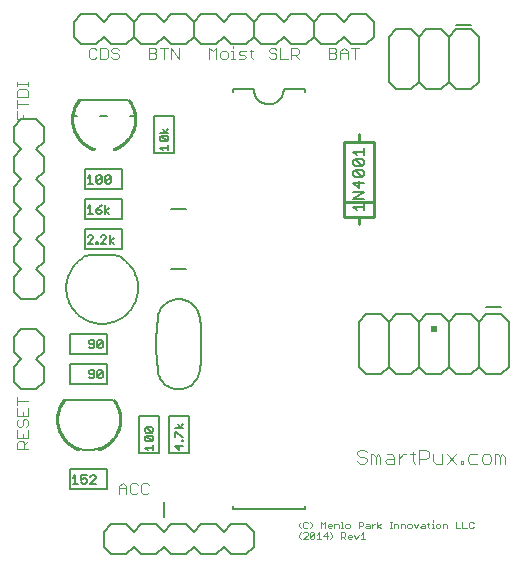
<source format=gto>
G75*
G70*
%OFA0B0*%
%FSLAX24Y24*%
%IPPOS*%
%LPD*%
%AMOC8*
5,1,8,0,0,1.08239X$1,22.5*
%
%ADD10C,0.0040*%
%ADD11C,0.0020*%
%ADD12C,0.0030*%
%ADD13C,0.0080*%
%ADD14C,0.0050*%
%ADD15C,0.0010*%
%ADD16C,0.0060*%
%ADD17R,0.0200X0.0200*%
%ADD18C,0.0100*%
D10*
X012511Y003697D02*
X012588Y003620D01*
X012741Y003620D01*
X012818Y003697D01*
X012818Y003773D01*
X012741Y003850D01*
X012588Y003850D01*
X012511Y003927D01*
X012511Y004004D01*
X012588Y004080D01*
X012741Y004080D01*
X012818Y004004D01*
X012971Y003927D02*
X013048Y003927D01*
X013125Y003850D01*
X013201Y003927D01*
X013278Y003850D01*
X013278Y003620D01*
X013125Y003620D02*
X013125Y003850D01*
X012971Y003927D02*
X012971Y003620D01*
X013432Y003697D02*
X013508Y003620D01*
X013739Y003620D01*
X013739Y003850D01*
X013662Y003927D01*
X013508Y003927D01*
X013508Y003773D02*
X013739Y003773D01*
X013892Y003773D02*
X014046Y003927D01*
X014122Y003927D01*
X014276Y003927D02*
X014429Y003927D01*
X014352Y004004D02*
X014352Y003697D01*
X014429Y003620D01*
X014583Y003620D02*
X014583Y004080D01*
X014813Y004080D01*
X014890Y004004D01*
X014890Y003850D01*
X014813Y003773D01*
X014583Y003773D01*
X015043Y003697D02*
X015120Y003620D01*
X015350Y003620D01*
X015350Y003927D01*
X015503Y003927D02*
X015810Y003620D01*
X015964Y003620D02*
X015964Y003697D01*
X016041Y003697D01*
X016041Y003620D01*
X015964Y003620D01*
X016194Y003697D02*
X016271Y003620D01*
X016501Y003620D01*
X016654Y003697D02*
X016731Y003620D01*
X016885Y003620D01*
X016961Y003697D01*
X016961Y003850D01*
X016885Y003927D01*
X016731Y003927D01*
X016654Y003850D01*
X016654Y003697D01*
X016501Y003927D02*
X016271Y003927D01*
X016194Y003850D01*
X016194Y003697D01*
X015810Y003927D02*
X015503Y003620D01*
X015043Y003697D02*
X015043Y003927D01*
X013892Y003927D02*
X013892Y003620D01*
X013508Y003773D02*
X013432Y003697D01*
X017115Y003620D02*
X017115Y003927D01*
X017192Y003927D01*
X017268Y003850D01*
X017345Y003927D01*
X017422Y003850D01*
X017422Y003620D01*
X017268Y003620D02*
X017268Y003850D01*
D11*
X016347Y001690D02*
X016274Y001690D01*
X016237Y001653D01*
X016237Y001507D01*
X016274Y001470D01*
X016347Y001470D01*
X016384Y001507D01*
X016384Y001653D02*
X016347Y001690D01*
X016163Y001470D02*
X016016Y001470D01*
X016016Y001690D01*
X015795Y001690D02*
X015795Y001470D01*
X015942Y001470D01*
X015500Y001470D02*
X015500Y001580D01*
X015463Y001617D01*
X015353Y001617D01*
X015353Y001470D01*
X015279Y001507D02*
X015279Y001580D01*
X015242Y001617D01*
X015169Y001617D01*
X015132Y001580D01*
X015132Y001507D01*
X015169Y001470D01*
X015242Y001470D01*
X015279Y001507D01*
X015058Y001470D02*
X014985Y001470D01*
X015022Y001470D02*
X015022Y001617D01*
X014985Y001617D01*
X014911Y001617D02*
X014838Y001617D01*
X014874Y001653D02*
X014874Y001507D01*
X014911Y001470D01*
X014763Y001470D02*
X014653Y001470D01*
X014617Y001507D01*
X014653Y001543D01*
X014763Y001543D01*
X014763Y001580D02*
X014763Y001470D01*
X014763Y001580D02*
X014727Y001617D01*
X014653Y001617D01*
X014542Y001617D02*
X014469Y001470D01*
X014396Y001617D01*
X014321Y001580D02*
X014321Y001507D01*
X014285Y001470D01*
X014211Y001470D01*
X014175Y001507D01*
X014175Y001580D01*
X014211Y001617D01*
X014285Y001617D01*
X014321Y001580D01*
X014100Y001580D02*
X014100Y001470D01*
X014100Y001580D02*
X014064Y001617D01*
X013954Y001617D01*
X013954Y001470D01*
X013879Y001470D02*
X013879Y001580D01*
X013843Y001617D01*
X013733Y001617D01*
X013733Y001470D01*
X013659Y001470D02*
X013585Y001470D01*
X013622Y001470D02*
X013622Y001690D01*
X013585Y001690D02*
X013659Y001690D01*
X013290Y001617D02*
X013180Y001543D01*
X013290Y001470D01*
X013180Y001470D02*
X013180Y001690D01*
X013106Y001617D02*
X013069Y001617D01*
X012996Y001543D01*
X012996Y001470D02*
X012996Y001617D01*
X012922Y001580D02*
X012922Y001470D01*
X012812Y001470D01*
X012775Y001507D01*
X012812Y001543D01*
X012922Y001543D01*
X012922Y001580D02*
X012885Y001617D01*
X012812Y001617D01*
X012701Y001653D02*
X012701Y001580D01*
X012664Y001543D01*
X012554Y001543D01*
X012554Y001470D02*
X012554Y001690D01*
X012664Y001690D01*
X012701Y001653D01*
X012701Y001330D02*
X012701Y001110D01*
X012628Y001110D02*
X012775Y001110D01*
X012628Y001257D02*
X012701Y001330D01*
X012554Y001257D02*
X012480Y001110D01*
X012407Y001257D01*
X012333Y001220D02*
X012333Y001183D01*
X012186Y001183D01*
X012186Y001147D02*
X012186Y001220D01*
X012222Y001257D01*
X012296Y001257D01*
X012333Y001220D01*
X012296Y001110D02*
X012222Y001110D01*
X012186Y001147D01*
X012112Y001110D02*
X012038Y001183D01*
X012075Y001183D02*
X011965Y001183D01*
X011965Y001110D02*
X011965Y001330D01*
X012075Y001330D01*
X012112Y001293D01*
X012112Y001220D01*
X012075Y001183D01*
X012038Y001470D02*
X011965Y001470D01*
X012001Y001470D02*
X012001Y001690D01*
X011965Y001690D01*
X011891Y001580D02*
X011891Y001470D01*
X011891Y001580D02*
X011854Y001617D01*
X011744Y001617D01*
X011744Y001470D01*
X011670Y001543D02*
X011523Y001543D01*
X011523Y001507D02*
X011523Y001580D01*
X011560Y001617D01*
X011633Y001617D01*
X011670Y001580D01*
X011670Y001543D01*
X011633Y001470D02*
X011560Y001470D01*
X011523Y001507D01*
X011449Y001470D02*
X011449Y001690D01*
X011375Y001617D01*
X011302Y001690D01*
X011302Y001470D01*
X011228Y001330D02*
X011155Y001257D01*
X011080Y001293D02*
X010934Y001147D01*
X010970Y001110D01*
X011044Y001110D01*
X011080Y001147D01*
X011080Y001293D01*
X011044Y001330D01*
X010970Y001330D01*
X010934Y001293D01*
X010934Y001147D01*
X010859Y001110D02*
X010713Y001110D01*
X010859Y001257D01*
X010859Y001293D01*
X010823Y001330D01*
X010749Y001330D01*
X010713Y001293D01*
X010639Y001330D02*
X010565Y001257D01*
X010565Y001183D01*
X010639Y001110D01*
X010639Y001470D02*
X010565Y001543D01*
X010565Y001617D01*
X010639Y001690D01*
X010713Y001653D02*
X010713Y001507D01*
X010749Y001470D01*
X010823Y001470D01*
X010859Y001507D01*
X010934Y001470D02*
X011007Y001543D01*
X011007Y001617D01*
X010934Y001690D01*
X010859Y001653D02*
X010823Y001690D01*
X010749Y001690D01*
X010713Y001653D01*
X011228Y001330D02*
X011228Y001110D01*
X011155Y001110D02*
X011301Y001110D01*
X011375Y001220D02*
X011522Y001220D01*
X011486Y001110D02*
X011486Y001330D01*
X011375Y001220D01*
X011596Y001110D02*
X011670Y001183D01*
X011670Y001257D01*
X011596Y001330D01*
X012112Y001507D02*
X012149Y001470D01*
X012222Y001470D01*
X012259Y001507D01*
X012259Y001580D01*
X012222Y001617D01*
X012149Y001617D01*
X012112Y001580D01*
X012112Y001507D01*
X015022Y001690D02*
X015022Y001727D01*
D12*
X005554Y002677D02*
X005492Y002615D01*
X005369Y002615D01*
X005307Y002677D01*
X005307Y002924D01*
X005369Y002985D01*
X005492Y002985D01*
X005554Y002924D01*
X005185Y002924D02*
X005124Y002985D01*
X005000Y002985D01*
X004939Y002924D01*
X004939Y002677D01*
X005000Y002615D01*
X005124Y002615D01*
X005185Y002677D01*
X004817Y002615D02*
X004817Y002862D01*
X004694Y002985D01*
X004570Y002862D01*
X004570Y002615D01*
X004570Y002800D02*
X004817Y002800D01*
X001540Y004115D02*
X001170Y004115D01*
X001170Y004300D01*
X001232Y004362D01*
X001355Y004362D01*
X001417Y004300D01*
X001417Y004115D01*
X001417Y004238D02*
X001540Y004362D01*
X001540Y004483D02*
X001540Y004730D01*
X001478Y004852D02*
X001540Y004913D01*
X001540Y005037D01*
X001478Y005099D01*
X001417Y005099D01*
X001355Y005037D01*
X001355Y004913D01*
X001293Y004852D01*
X001232Y004852D01*
X001170Y004913D01*
X001170Y005037D01*
X001232Y005099D01*
X001170Y005220D02*
X001540Y005220D01*
X001540Y005467D01*
X001355Y005343D02*
X001355Y005220D01*
X001170Y005220D02*
X001170Y005467D01*
X001170Y005588D02*
X001170Y005835D01*
X001170Y005712D02*
X001540Y005712D01*
X001170Y004730D02*
X001170Y004483D01*
X001540Y004483D01*
X001355Y004483D02*
X001355Y004607D01*
X001355Y015115D02*
X001355Y015238D01*
X001170Y015115D02*
X001170Y015362D01*
X001170Y015483D02*
X001170Y015730D01*
X001170Y015852D02*
X001170Y016037D01*
X001232Y016099D01*
X001478Y016099D01*
X001540Y016037D01*
X001540Y015852D01*
X001170Y015852D01*
X001170Y015607D02*
X001540Y015607D01*
X001540Y015115D02*
X001170Y015115D01*
X001170Y016220D02*
X001170Y016343D01*
X001170Y016282D02*
X001540Y016282D01*
X001540Y016343D02*
X001540Y016220D01*
X003570Y017177D02*
X003632Y017115D01*
X003755Y017115D01*
X003817Y017177D01*
X003939Y017115D02*
X004124Y017115D01*
X004185Y017177D01*
X004185Y017424D01*
X004124Y017485D01*
X003939Y017485D01*
X003939Y017115D01*
X003817Y017424D02*
X003755Y017485D01*
X003632Y017485D01*
X003570Y017424D01*
X003570Y017177D01*
X004307Y017177D02*
X004369Y017115D01*
X004492Y017115D01*
X004554Y017177D01*
X004554Y017238D01*
X004492Y017300D01*
X004369Y017300D01*
X004307Y017362D01*
X004307Y017424D01*
X004369Y017485D01*
X004492Y017485D01*
X004554Y017424D01*
X005570Y017485D02*
X005570Y017115D01*
X005755Y017115D01*
X005817Y017177D01*
X005817Y017238D01*
X005755Y017300D01*
X005570Y017300D01*
X005570Y017485D02*
X005755Y017485D01*
X005817Y017424D01*
X005817Y017362D01*
X005755Y017300D01*
X005939Y017485D02*
X006185Y017485D01*
X006307Y017485D02*
X006554Y017115D01*
X006554Y017485D01*
X006307Y017485D02*
X006307Y017115D01*
X006062Y017115D02*
X006062Y017485D01*
X007570Y017485D02*
X007570Y017115D01*
X007817Y017115D02*
X007817Y017485D01*
X007694Y017362D01*
X007570Y017485D01*
X007939Y017300D02*
X007939Y017177D01*
X008000Y017115D01*
X008124Y017115D01*
X008185Y017177D01*
X008185Y017300D01*
X008124Y017362D01*
X008000Y017362D01*
X007939Y017300D01*
X008307Y017362D02*
X008369Y017362D01*
X008369Y017115D01*
X008430Y017115D02*
X008307Y017115D01*
X008552Y017115D02*
X008738Y017115D01*
X008799Y017177D01*
X008738Y017238D01*
X008614Y017238D01*
X008552Y017300D01*
X008614Y017362D01*
X008799Y017362D01*
X008921Y017362D02*
X009044Y017362D01*
X008982Y017424D02*
X008982Y017177D01*
X009044Y017115D01*
X009570Y017177D02*
X009632Y017115D01*
X009755Y017115D01*
X009817Y017177D01*
X009817Y017238D01*
X009755Y017300D01*
X009632Y017300D01*
X009570Y017362D01*
X009570Y017424D01*
X009632Y017485D01*
X009755Y017485D01*
X009817Y017424D01*
X009939Y017485D02*
X009939Y017115D01*
X010185Y017115D01*
X010307Y017115D02*
X010307Y017485D01*
X010492Y017485D01*
X010554Y017424D01*
X010554Y017300D01*
X010492Y017238D01*
X010307Y017238D01*
X010430Y017238D02*
X010554Y017115D01*
X011570Y017115D02*
X011755Y017115D01*
X011817Y017177D01*
X011817Y017238D01*
X011755Y017300D01*
X011570Y017300D01*
X011570Y017115D02*
X011570Y017485D01*
X011755Y017485D01*
X011817Y017424D01*
X011817Y017362D01*
X011755Y017300D01*
X011939Y017300D02*
X012185Y017300D01*
X012185Y017362D02*
X012185Y017115D01*
X011939Y017115D02*
X011939Y017362D01*
X012062Y017485D01*
X012185Y017362D01*
X012307Y017485D02*
X012554Y017485D01*
X012430Y017485D02*
X012430Y017115D01*
X008369Y017485D02*
X008369Y017547D01*
D13*
X004165Y002765D02*
X002945Y002765D01*
X002945Y003435D01*
X004165Y003435D01*
X004165Y002765D01*
X004305Y001600D02*
X004055Y001350D01*
X004055Y000850D01*
X004305Y000600D01*
X004805Y000600D01*
X005055Y000850D01*
X005305Y000600D01*
X005805Y000600D01*
X006055Y000850D01*
X006305Y000600D01*
X006805Y000600D01*
X007055Y000850D01*
X007305Y000600D01*
X007805Y000600D01*
X008055Y000850D01*
X008305Y000600D01*
X008805Y000600D01*
X009055Y000850D01*
X009055Y001350D01*
X008805Y001600D01*
X008305Y001600D01*
X008055Y001350D01*
X007805Y001600D01*
X007305Y001600D01*
X007055Y001350D01*
X006805Y001600D01*
X006305Y001600D01*
X006055Y001350D01*
X005805Y001600D01*
X005305Y001600D01*
X005055Y001350D01*
X004805Y001600D01*
X004305Y001600D01*
X006055Y001850D02*
X006055Y002350D01*
X005890Y003990D02*
X005221Y003990D01*
X005221Y005210D01*
X005890Y005210D01*
X005890Y003990D01*
X006221Y003990D02*
X006221Y005210D01*
X006890Y005210D01*
X006890Y003990D01*
X006221Y003990D01*
X004380Y005750D02*
X002731Y005750D01*
X002945Y006265D02*
X004165Y006265D01*
X004165Y006935D01*
X002945Y006935D01*
X002945Y006265D01*
X002055Y006350D02*
X001805Y006100D01*
X001305Y006100D01*
X001055Y006350D01*
X001055Y006850D01*
X001305Y007100D01*
X001055Y007350D01*
X001055Y007850D01*
X001305Y008100D01*
X001805Y008100D01*
X002055Y007850D01*
X002055Y007350D01*
X001805Y007100D01*
X002055Y006850D01*
X002055Y006350D01*
X002945Y007265D02*
X004165Y007265D01*
X004165Y007935D01*
X002945Y007935D01*
X002945Y007265D01*
X003305Y004100D02*
X003371Y004088D01*
X003437Y004079D01*
X003503Y004074D01*
X003570Y004073D01*
X003637Y004076D01*
X003703Y004083D01*
X003769Y004093D01*
X003834Y004107D01*
X003899Y004125D01*
X003962Y004147D01*
X004024Y004173D01*
X004084Y004201D01*
X004142Y004234D01*
X004199Y004269D01*
X004253Y004308D01*
X004305Y004350D01*
X003305Y004100D02*
X003244Y004116D01*
X003184Y004134D01*
X003126Y004156D01*
X003068Y004181D01*
X003012Y004209D01*
X002957Y004240D01*
X002905Y004274D01*
X002854Y004311D01*
X002805Y004350D01*
X003305Y004100D02*
X003367Y004088D01*
X003429Y004080D01*
X003492Y004075D01*
X003555Y004073D01*
X003618Y004075D01*
X003681Y004080D01*
X003743Y004088D01*
X003805Y004100D01*
X005855Y006700D02*
X005865Y006648D01*
X005879Y006597D01*
X005897Y006547D01*
X005918Y006499D01*
X005943Y006452D01*
X005971Y006408D01*
X006003Y006365D01*
X006037Y006325D01*
X006075Y006288D01*
X006115Y006254D01*
X006157Y006222D01*
X006202Y006194D01*
X006249Y006170D01*
X006297Y006149D01*
X006347Y006131D01*
X006398Y006118D01*
X006450Y006108D01*
X006502Y006102D01*
X006555Y006100D01*
X006608Y006102D01*
X006660Y006108D01*
X006712Y006118D01*
X006763Y006131D01*
X006813Y006149D01*
X006861Y006170D01*
X006908Y006194D01*
X006953Y006222D01*
X006995Y006254D01*
X007035Y006288D01*
X007073Y006325D01*
X007107Y006365D01*
X007139Y006408D01*
X007167Y006452D01*
X007192Y006499D01*
X007213Y006547D01*
X007231Y006597D01*
X007245Y006648D01*
X007255Y006700D01*
X007255Y008500D02*
X007245Y008552D01*
X007231Y008603D01*
X007213Y008653D01*
X007192Y008701D01*
X007167Y008748D01*
X007139Y008792D01*
X007107Y008835D01*
X007073Y008875D01*
X007035Y008912D01*
X006995Y008946D01*
X006953Y008978D01*
X006908Y009006D01*
X006861Y009030D01*
X006813Y009051D01*
X006763Y009069D01*
X006712Y009082D01*
X006660Y009092D01*
X006608Y009098D01*
X006555Y009100D01*
X006502Y009098D01*
X006450Y009092D01*
X006398Y009082D01*
X006347Y009069D01*
X006297Y009051D01*
X006249Y009030D01*
X006202Y009006D01*
X006157Y008978D01*
X006115Y008946D01*
X006075Y008912D01*
X006037Y008875D01*
X006003Y008835D01*
X005971Y008792D01*
X005943Y008748D01*
X005918Y008701D01*
X005897Y008653D01*
X005879Y008603D01*
X005865Y008552D01*
X005855Y008500D01*
X006305Y010100D02*
X006805Y010100D01*
X006805Y012100D02*
X006305Y012100D01*
X004665Y011765D02*
X004665Y012435D01*
X003445Y012435D01*
X003445Y011765D01*
X004665Y011765D01*
X004665Y011435D02*
X003445Y011435D01*
X003445Y010765D01*
X004665Y010765D01*
X004665Y011435D01*
X004665Y012765D02*
X003445Y012765D01*
X003445Y013435D01*
X004665Y013435D01*
X004665Y012765D01*
X005721Y013990D02*
X005721Y015210D01*
X006390Y015210D01*
X006390Y013990D01*
X005721Y013990D01*
X005100Y015200D02*
X004942Y015200D01*
X004880Y015750D02*
X003231Y015750D01*
X003168Y015200D02*
X003010Y015200D01*
X003942Y015200D02*
X004168Y015200D01*
X002055Y014850D02*
X002055Y014350D01*
X001805Y014100D01*
X002055Y013850D01*
X002055Y013350D01*
X001805Y013100D01*
X002055Y012850D01*
X002055Y012350D01*
X001805Y012100D01*
X002055Y011850D01*
X002055Y011350D01*
X001805Y011100D01*
X002055Y010850D01*
X002055Y010350D01*
X001805Y010100D01*
X002055Y009850D01*
X002055Y009350D01*
X001805Y009100D01*
X001305Y009100D01*
X001055Y009350D01*
X001055Y009850D01*
X001305Y010100D01*
X001055Y010350D01*
X001055Y010850D01*
X001305Y011100D01*
X001055Y011350D01*
X001055Y011850D01*
X001305Y012100D01*
X001055Y012350D01*
X001055Y012850D01*
X001305Y013100D01*
X001055Y013350D01*
X001055Y013850D01*
X001305Y014100D01*
X001055Y014350D01*
X001055Y014850D01*
X001305Y015100D01*
X001805Y015100D01*
X002055Y014850D01*
X003305Y017600D02*
X003805Y017600D01*
X004055Y017850D01*
X004305Y017600D01*
X004805Y017600D01*
X005055Y017850D01*
X005305Y017600D01*
X005805Y017600D01*
X006055Y017850D01*
X006305Y017600D01*
X006805Y017600D01*
X007055Y017850D01*
X007055Y018350D01*
X006805Y018600D01*
X006305Y018600D01*
X006055Y018350D01*
X005805Y018600D01*
X005305Y018600D01*
X005055Y018350D01*
X005055Y017850D01*
X005055Y018350D01*
X004805Y018600D01*
X004305Y018600D01*
X004055Y018350D01*
X003805Y018600D01*
X003305Y018600D01*
X003055Y018350D01*
X003055Y017850D01*
X003305Y017600D01*
X007055Y017850D02*
X007055Y018350D01*
X007305Y018600D01*
X007805Y018600D01*
X008055Y018350D01*
X008305Y018600D01*
X008805Y018600D01*
X009055Y018350D01*
X009305Y018600D01*
X009805Y018600D01*
X010055Y018350D01*
X010305Y018600D01*
X010805Y018600D01*
X011055Y018350D01*
X011305Y018600D01*
X011805Y018600D01*
X012055Y018350D01*
X012305Y018600D01*
X012805Y018600D01*
X013055Y018350D01*
X013055Y017850D01*
X012805Y017600D01*
X012305Y017600D01*
X012055Y017850D01*
X011805Y017600D01*
X011305Y017600D01*
X011055Y017850D01*
X011055Y018350D01*
X011055Y017850D01*
X010805Y017600D01*
X010305Y017600D01*
X010055Y017850D01*
X009805Y017600D01*
X009305Y017600D01*
X009055Y017850D01*
X009055Y018350D01*
X009055Y017850D01*
X008805Y017600D01*
X008305Y017600D01*
X008055Y017850D01*
X007805Y017600D01*
X007305Y017600D01*
X007055Y017850D01*
X008355Y016100D02*
X008355Y016000D01*
X008355Y016100D02*
X009055Y016100D01*
X009057Y016056D01*
X009063Y016013D01*
X009072Y015971D01*
X009085Y015929D01*
X009102Y015889D01*
X009122Y015850D01*
X009145Y015813D01*
X009172Y015779D01*
X009201Y015746D01*
X009234Y015717D01*
X009268Y015690D01*
X009305Y015667D01*
X009344Y015647D01*
X009384Y015630D01*
X009426Y015617D01*
X009468Y015608D01*
X009511Y015602D01*
X009555Y015600D01*
X009599Y015602D01*
X009642Y015608D01*
X009684Y015617D01*
X009726Y015630D01*
X009766Y015647D01*
X009805Y015667D01*
X009842Y015690D01*
X009876Y015717D01*
X009909Y015746D01*
X009938Y015779D01*
X009965Y015813D01*
X009988Y015850D01*
X010008Y015889D01*
X010025Y015929D01*
X010038Y015971D01*
X010047Y016013D01*
X010053Y016056D01*
X010055Y016100D01*
X010755Y016100D01*
X010755Y016000D01*
X013555Y016350D02*
X013555Y017850D01*
X013805Y018100D01*
X014305Y018100D01*
X014555Y017850D01*
X014555Y016350D01*
X014305Y016100D01*
X013805Y016100D01*
X013555Y016350D01*
X014555Y016350D02*
X014805Y016100D01*
X015305Y016100D01*
X015555Y016350D01*
X015555Y017850D01*
X015305Y018100D01*
X014805Y018100D01*
X014555Y017850D01*
X015555Y017850D02*
X015805Y018100D01*
X016305Y018100D01*
X016555Y017850D01*
X016555Y016350D01*
X016305Y016100D01*
X015805Y016100D01*
X015555Y016350D01*
X015805Y018232D02*
X016305Y018232D01*
X016805Y008850D02*
X017305Y008850D01*
X005855Y008500D02*
X005823Y008141D01*
X005807Y007780D01*
X005807Y007420D01*
X005823Y007059D01*
X005855Y006700D01*
X008355Y002200D02*
X008355Y002100D01*
X010755Y002100D01*
X010755Y002200D01*
X007255Y006700D02*
X007287Y007059D01*
X007303Y007420D01*
X007303Y007780D01*
X007287Y008141D01*
X007255Y008500D01*
D14*
X004449Y010584D02*
X003561Y010584D01*
X003520Y010956D02*
X003700Y011136D01*
X003700Y011181D01*
X003655Y011226D01*
X003565Y011226D01*
X003520Y011181D01*
X003520Y010956D02*
X003700Y010956D01*
X003815Y010956D02*
X003860Y010956D01*
X003860Y011001D01*
X003815Y011001D01*
X003815Y010956D01*
X003962Y010956D02*
X004142Y011136D01*
X004142Y011181D01*
X004097Y011226D01*
X004007Y011226D01*
X003962Y011181D01*
X003962Y010956D02*
X004142Y010956D01*
X004257Y010956D02*
X004257Y011226D01*
X004392Y011136D02*
X004257Y011046D01*
X004392Y010956D01*
X004244Y011956D02*
X004109Y012046D01*
X004244Y012136D01*
X004109Y012226D02*
X004109Y011956D01*
X003995Y012001D02*
X003995Y012046D01*
X003950Y012091D01*
X003815Y012091D01*
X003815Y012001D01*
X003860Y011956D01*
X003950Y011956D01*
X003995Y012001D01*
X003905Y012181D02*
X003815Y012091D01*
X003905Y012181D02*
X003995Y012226D01*
X003610Y012226D02*
X003610Y011956D01*
X003520Y011956D02*
X003700Y011956D01*
X003520Y012136D02*
X003610Y012226D01*
X003610Y012956D02*
X003610Y013226D01*
X003520Y013136D01*
X003520Y012956D02*
X003700Y012956D01*
X003815Y013001D02*
X003815Y013181D01*
X003860Y013226D01*
X003950Y013226D01*
X003995Y013181D01*
X003815Y013001D01*
X003860Y012956D01*
X003950Y012956D01*
X003995Y013001D01*
X003995Y013181D01*
X004109Y013181D02*
X004154Y013226D01*
X004244Y013226D01*
X004289Y013181D01*
X004109Y013001D01*
X004154Y012956D01*
X004244Y012956D01*
X004289Y013001D01*
X004289Y013181D01*
X004109Y013181D02*
X004109Y013001D01*
X005929Y014155D02*
X006199Y014155D01*
X006199Y014065D02*
X006199Y014245D01*
X006154Y014359D02*
X005974Y014540D01*
X006154Y014540D01*
X006199Y014495D01*
X006199Y014404D01*
X006154Y014359D01*
X005974Y014359D01*
X005929Y014404D01*
X005929Y014495D01*
X005974Y014540D01*
X005929Y014654D02*
X006199Y014654D01*
X006109Y014654D02*
X006019Y014789D01*
X006109Y014654D02*
X006199Y014789D01*
X005929Y014155D02*
X006019Y014065D01*
X004449Y010585D02*
X004512Y010557D01*
X004573Y010526D01*
X004633Y010492D01*
X004690Y010454D01*
X004745Y010413D01*
X004798Y010369D01*
X004848Y010322D01*
X004895Y010272D01*
X004940Y010219D01*
X004981Y010165D01*
X005019Y010107D01*
X005054Y010048D01*
X005085Y009987D01*
X005113Y009924D01*
X005137Y009859D01*
X005157Y009794D01*
X005173Y009727D01*
X005186Y009659D01*
X005194Y009591D01*
X005199Y009523D01*
X005200Y009454D01*
X005197Y009385D01*
X005189Y009317D01*
X005178Y009249D01*
X005164Y009182D01*
X005145Y009116D01*
X005122Y009051D01*
X005096Y008987D01*
X005066Y008925D01*
X005033Y008865D01*
X004996Y008807D01*
X004956Y008751D01*
X004913Y008698D01*
X004867Y008647D01*
X004818Y008599D01*
X004766Y008554D01*
X004712Y008511D01*
X004655Y008472D01*
X004596Y008437D01*
X004536Y008404D01*
X004473Y008376D01*
X004409Y008350D01*
X004344Y008329D01*
X004278Y008311D01*
X004210Y008298D01*
X004142Y008288D01*
X004074Y008282D01*
X004005Y008280D01*
X003936Y008282D01*
X003868Y008288D01*
X003800Y008298D01*
X003732Y008311D01*
X003666Y008329D01*
X003601Y008350D01*
X003537Y008376D01*
X003474Y008404D01*
X003414Y008437D01*
X003355Y008472D01*
X003298Y008511D01*
X003244Y008554D01*
X003192Y008599D01*
X003143Y008647D01*
X003097Y008698D01*
X003054Y008751D01*
X003014Y008807D01*
X002977Y008865D01*
X002944Y008925D01*
X002914Y008987D01*
X002888Y009051D01*
X002865Y009116D01*
X002846Y009182D01*
X002832Y009249D01*
X002821Y009317D01*
X002813Y009385D01*
X002810Y009454D01*
X002811Y009523D01*
X002816Y009591D01*
X002824Y009659D01*
X002837Y009727D01*
X002853Y009794D01*
X002873Y009859D01*
X002897Y009924D01*
X002925Y009987D01*
X002956Y010048D01*
X002991Y010107D01*
X003029Y010165D01*
X003070Y010219D01*
X003115Y010272D01*
X003162Y010322D01*
X003212Y010369D01*
X003265Y010413D01*
X003320Y010454D01*
X003377Y010492D01*
X003437Y010526D01*
X003498Y010557D01*
X003561Y010585D01*
X003596Y007744D02*
X003551Y007699D01*
X003551Y007654D01*
X003596Y007609D01*
X003731Y007609D01*
X003731Y007519D02*
X003731Y007699D01*
X003686Y007744D01*
X003596Y007744D01*
X003551Y007519D02*
X003596Y007474D01*
X003686Y007474D01*
X003731Y007519D01*
X003846Y007519D02*
X003891Y007474D01*
X003981Y007474D01*
X004026Y007519D01*
X004026Y007699D01*
X003846Y007519D01*
X003846Y007699D01*
X003891Y007744D01*
X003981Y007744D01*
X004026Y007699D01*
X003981Y006744D02*
X003891Y006744D01*
X003846Y006699D01*
X003846Y006519D01*
X004026Y006699D01*
X004026Y006519D01*
X003981Y006474D01*
X003891Y006474D01*
X003846Y006519D01*
X003731Y006519D02*
X003731Y006699D01*
X003686Y006744D01*
X003596Y006744D01*
X003551Y006699D01*
X003551Y006654D01*
X003596Y006609D01*
X003731Y006609D01*
X003731Y006519D02*
X003686Y006474D01*
X003596Y006474D01*
X003551Y006519D01*
X003981Y006744D02*
X004026Y006699D01*
X005474Y004834D02*
X005654Y004654D01*
X005699Y004699D01*
X005699Y004789D01*
X005654Y004834D01*
X005474Y004834D01*
X005429Y004789D01*
X005429Y004699D01*
X005474Y004654D01*
X005654Y004654D01*
X005654Y004540D02*
X005474Y004540D01*
X005654Y004359D01*
X005699Y004404D01*
X005699Y004495D01*
X005654Y004540D01*
X005474Y004540D02*
X005429Y004495D01*
X005429Y004404D01*
X005474Y004359D01*
X005654Y004359D01*
X005699Y004245D02*
X005699Y004065D01*
X005699Y004155D02*
X005429Y004155D01*
X005519Y004065D01*
X006429Y004200D02*
X006564Y004065D01*
X006564Y004245D01*
X006699Y004200D02*
X006429Y004200D01*
X006654Y004359D02*
X006654Y004404D01*
X006699Y004404D01*
X006699Y004359D01*
X006654Y004359D01*
X006654Y004507D02*
X006699Y004507D01*
X006654Y004507D02*
X006474Y004687D01*
X006429Y004687D01*
X006429Y004507D01*
X006429Y004801D02*
X006699Y004801D01*
X006609Y004801D02*
X006699Y004937D01*
X006609Y004801D02*
X006519Y004937D01*
X003789Y003181D02*
X003744Y003226D01*
X003654Y003226D01*
X003609Y003181D01*
X003495Y003226D02*
X003315Y003226D01*
X003315Y003091D01*
X003405Y003136D01*
X003450Y003136D01*
X003495Y003091D01*
X003495Y003001D01*
X003450Y002956D01*
X003360Y002956D01*
X003315Y003001D01*
X003200Y002956D02*
X003020Y002956D01*
X003110Y002956D02*
X003110Y003226D01*
X003020Y003136D01*
X003609Y002956D02*
X003789Y003136D01*
X003789Y003181D01*
X003789Y002956D02*
X003609Y002956D01*
X012497Y012065D02*
X012380Y012182D01*
X012730Y012182D01*
X012730Y012065D02*
X012730Y012299D01*
X012730Y012433D02*
X012380Y012433D01*
X012730Y012667D01*
X012380Y012667D01*
X012555Y012802D02*
X012555Y013035D01*
X012438Y013170D02*
X012380Y013228D01*
X012380Y013345D01*
X012438Y013404D01*
X012672Y013170D01*
X012730Y013228D01*
X012730Y013345D01*
X012672Y013404D01*
X012438Y013404D01*
X012438Y013538D02*
X012380Y013597D01*
X012380Y013714D01*
X012438Y013772D01*
X012672Y013538D01*
X012730Y013597D01*
X012730Y013714D01*
X012672Y013772D01*
X012438Y013772D01*
X012497Y013907D02*
X012380Y014023D01*
X012730Y014023D01*
X012730Y013907D02*
X012730Y014140D01*
X012672Y013538D02*
X012438Y013538D01*
X012438Y013170D02*
X012672Y013170D01*
X012730Y012977D02*
X012380Y012977D01*
X012555Y012802D01*
D15*
X003200Y015767D02*
X003255Y015724D01*
X003219Y015675D01*
X003185Y015624D01*
X003156Y015570D01*
X003129Y015515D01*
X003105Y015459D01*
X003086Y015401D01*
X003069Y015342D01*
X003056Y015282D01*
X003047Y015222D01*
X003042Y015161D01*
X003040Y015099D01*
X003042Y015038D01*
X003047Y014977D01*
X003057Y014917D01*
X003070Y014857D01*
X003086Y014798D01*
X003106Y014740D01*
X003129Y014684D01*
X003156Y014629D01*
X003186Y014575D01*
X003219Y014524D01*
X003255Y014475D01*
X003295Y014428D01*
X003336Y014383D01*
X003381Y014341D01*
X003428Y014302D01*
X003477Y014266D01*
X003528Y014232D01*
X003582Y014202D01*
X003637Y014175D01*
X003693Y014152D01*
X003751Y014132D01*
X003731Y014065D01*
X003730Y014065D01*
X003669Y014086D01*
X003608Y014111D01*
X003549Y014140D01*
X003492Y014172D01*
X003438Y014208D01*
X003385Y014247D01*
X003335Y014289D01*
X003287Y014334D01*
X003242Y014381D01*
X003200Y014431D01*
X003162Y014484D01*
X003126Y014539D01*
X003094Y014596D01*
X003065Y014655D01*
X003040Y014715D01*
X003019Y014777D01*
X003002Y014840D01*
X002988Y014904D01*
X002978Y014969D01*
X002972Y015034D01*
X002970Y015100D01*
X002972Y015165D01*
X002978Y015230D01*
X002988Y015295D01*
X003001Y015359D01*
X003019Y015422D01*
X003040Y015484D01*
X003065Y015544D01*
X003094Y015603D01*
X003126Y015660D01*
X003161Y015715D01*
X003200Y015768D01*
X003207Y015762D01*
X003169Y015710D01*
X003133Y015655D01*
X003102Y015599D01*
X003073Y015540D01*
X003048Y015480D01*
X003027Y015419D01*
X003010Y015357D01*
X002996Y015293D01*
X002987Y015229D01*
X002981Y015164D01*
X002979Y015099D01*
X002981Y015035D01*
X002987Y014970D01*
X002997Y014906D01*
X003010Y014842D01*
X003028Y014780D01*
X003049Y014719D01*
X003074Y014659D01*
X003102Y014600D01*
X003134Y014544D01*
X003169Y014489D01*
X003207Y014437D01*
X003249Y014387D01*
X003293Y014340D01*
X003341Y014295D01*
X003390Y014254D01*
X003443Y014215D01*
X003497Y014180D01*
X003554Y014148D01*
X003612Y014120D01*
X003672Y014095D01*
X003733Y014073D01*
X003736Y014082D01*
X003675Y014103D01*
X003615Y014128D01*
X003558Y014156D01*
X003502Y014188D01*
X003448Y014223D01*
X003396Y014261D01*
X003347Y014302D01*
X003300Y014346D01*
X003256Y014393D01*
X003215Y014443D01*
X003176Y014494D01*
X003142Y014548D01*
X003110Y014605D01*
X003082Y014662D01*
X003057Y014722D01*
X003036Y014783D01*
X003019Y014845D01*
X003006Y014908D01*
X002996Y014971D01*
X002990Y015035D01*
X002988Y015099D01*
X002990Y015164D01*
X002996Y015228D01*
X003005Y015291D01*
X003019Y015354D01*
X003036Y015416D01*
X003057Y015477D01*
X003081Y015537D01*
X003110Y015595D01*
X003141Y015651D01*
X003176Y015705D01*
X003214Y015757D01*
X003221Y015751D01*
X003183Y015700D01*
X003149Y015646D01*
X003117Y015590D01*
X003090Y015533D01*
X003065Y015474D01*
X003045Y015414D01*
X003028Y015352D01*
X003014Y015290D01*
X003005Y015227D01*
X002999Y015163D01*
X002997Y015099D01*
X002999Y015036D01*
X003005Y014972D01*
X003014Y014909D01*
X003028Y014847D01*
X003045Y014785D01*
X003066Y014725D01*
X003090Y014666D01*
X003118Y014609D01*
X003149Y014553D01*
X003184Y014500D01*
X003222Y014448D01*
X003262Y014399D01*
X003306Y014353D01*
X003353Y014309D01*
X003401Y014268D01*
X003453Y014230D01*
X003506Y014195D01*
X003562Y014164D01*
X003619Y014136D01*
X003678Y014111D01*
X003738Y014091D01*
X003741Y014099D01*
X003681Y014120D01*
X003623Y014144D01*
X003566Y014172D01*
X003511Y014203D01*
X003458Y014238D01*
X003407Y014275D01*
X003358Y014316D01*
X003312Y014359D01*
X003269Y014405D01*
X003229Y014454D01*
X003191Y014505D01*
X003157Y014558D01*
X003126Y014613D01*
X003098Y014670D01*
X003074Y014728D01*
X003053Y014788D01*
X003036Y014849D01*
X003023Y014911D01*
X003014Y014973D01*
X003008Y015036D01*
X003006Y015099D01*
X003008Y015163D01*
X003014Y015226D01*
X003023Y015288D01*
X003036Y015350D01*
X003053Y015411D01*
X003074Y015471D01*
X003098Y015529D01*
X003125Y015586D01*
X003156Y015641D01*
X003191Y015694D01*
X003228Y015745D01*
X003235Y015740D01*
X003198Y015689D01*
X003164Y015637D01*
X003133Y015582D01*
X003106Y015526D01*
X003082Y015468D01*
X003062Y015408D01*
X003045Y015348D01*
X003032Y015287D01*
X003022Y015225D01*
X003017Y015162D01*
X003015Y015099D01*
X003017Y015037D01*
X003023Y014974D01*
X003032Y014912D01*
X003045Y014851D01*
X003062Y014791D01*
X003083Y014731D01*
X003106Y014673D01*
X003134Y014617D01*
X003165Y014562D01*
X003199Y014510D01*
X003236Y014459D01*
X003276Y014411D01*
X003319Y014365D01*
X003364Y014322D01*
X003413Y014282D01*
X003463Y014245D01*
X003516Y014211D01*
X003570Y014180D01*
X003626Y014152D01*
X003684Y014128D01*
X003744Y014108D01*
X003746Y014116D01*
X003688Y014137D01*
X003630Y014161D01*
X003574Y014188D01*
X003520Y014219D01*
X003468Y014252D01*
X003418Y014289D01*
X003370Y014329D01*
X003325Y014372D01*
X003283Y014417D01*
X003243Y014465D01*
X003206Y014515D01*
X003172Y014567D01*
X003142Y014621D01*
X003115Y014677D01*
X003091Y014735D01*
X003071Y014793D01*
X003054Y014853D01*
X003041Y014914D01*
X003032Y014975D01*
X003026Y015037D01*
X003024Y015099D01*
X003026Y015162D01*
X003031Y015223D01*
X003041Y015285D01*
X003054Y015346D01*
X003070Y015406D01*
X003091Y015464D01*
X003114Y015522D01*
X003141Y015578D01*
X003172Y015632D01*
X003205Y015684D01*
X003242Y015734D01*
X003249Y015729D01*
X003213Y015679D01*
X003180Y015627D01*
X003149Y015574D01*
X003122Y015518D01*
X003099Y015461D01*
X003079Y015403D01*
X003062Y015344D01*
X003050Y015283D01*
X003040Y015222D01*
X003035Y015161D01*
X003033Y015099D01*
X003035Y015038D01*
X003040Y014977D01*
X003050Y014916D01*
X003063Y014855D01*
X003079Y014796D01*
X003099Y014738D01*
X003123Y014681D01*
X003150Y014625D01*
X003180Y014572D01*
X003213Y014520D01*
X003250Y014470D01*
X003289Y014423D01*
X003332Y014378D01*
X003376Y014336D01*
X003424Y014296D01*
X003473Y014260D01*
X003525Y014226D01*
X003579Y014196D01*
X003634Y014169D01*
X003691Y014145D01*
X003749Y014125D01*
X004379Y014065D02*
X004359Y014132D01*
X004417Y014152D01*
X004473Y014175D01*
X004528Y014202D01*
X004581Y014232D01*
X004633Y014266D01*
X004682Y014302D01*
X004729Y014341D01*
X004773Y014383D01*
X004815Y014428D01*
X004855Y014475D01*
X004891Y014524D01*
X004924Y014575D01*
X004954Y014629D01*
X004981Y014684D01*
X005004Y014740D01*
X005024Y014798D01*
X005040Y014857D01*
X005053Y014917D01*
X005063Y014977D01*
X005068Y015038D01*
X005070Y015099D01*
X005068Y015161D01*
X005063Y015222D01*
X005054Y015282D01*
X005041Y015342D01*
X005024Y015401D01*
X005005Y015459D01*
X004981Y015515D01*
X004954Y015570D01*
X004925Y015624D01*
X004891Y015675D01*
X004855Y015724D01*
X004910Y015767D01*
X004910Y015768D01*
X004949Y015715D01*
X004984Y015660D01*
X005016Y015603D01*
X005045Y015544D01*
X005070Y015484D01*
X005091Y015422D01*
X005109Y015359D01*
X005122Y015295D01*
X005132Y015230D01*
X005138Y015165D01*
X005140Y015099D01*
X005138Y015034D01*
X005132Y014969D01*
X005122Y014904D01*
X005108Y014840D01*
X005091Y014777D01*
X005070Y014715D01*
X005045Y014655D01*
X005016Y014596D01*
X004984Y014539D01*
X004948Y014484D01*
X004910Y014431D01*
X004868Y014381D01*
X004823Y014334D01*
X004775Y014289D01*
X004725Y014247D01*
X004672Y014208D01*
X004618Y014172D01*
X004561Y014140D01*
X004502Y014111D01*
X004441Y014086D01*
X004380Y014065D01*
X004377Y014073D01*
X004438Y014095D01*
X004498Y014120D01*
X004556Y014148D01*
X004613Y014180D01*
X004667Y014215D01*
X004720Y014254D01*
X004769Y014295D01*
X004817Y014340D01*
X004861Y014387D01*
X004902Y014437D01*
X004941Y014489D01*
X004976Y014544D01*
X005008Y014600D01*
X005036Y014659D01*
X005061Y014719D01*
X005082Y014780D01*
X005100Y014842D01*
X005113Y014906D01*
X005123Y014970D01*
X005129Y015035D01*
X005131Y015099D01*
X005129Y015164D01*
X005123Y015229D01*
X005114Y015293D01*
X005100Y015357D01*
X005083Y015419D01*
X005062Y015480D01*
X005037Y015540D01*
X005008Y015599D01*
X004977Y015655D01*
X004942Y015710D01*
X004903Y015762D01*
X004896Y015757D01*
X004934Y015705D01*
X004969Y015651D01*
X005000Y015595D01*
X005029Y015537D01*
X005053Y015477D01*
X005074Y015416D01*
X005091Y015354D01*
X005105Y015291D01*
X005114Y015228D01*
X005120Y015164D01*
X005122Y015099D01*
X005120Y015035D01*
X005114Y014971D01*
X005104Y014908D01*
X005091Y014845D01*
X005074Y014783D01*
X005053Y014722D01*
X005028Y014662D01*
X005000Y014605D01*
X004968Y014548D01*
X004934Y014494D01*
X004895Y014443D01*
X004854Y014393D01*
X004810Y014346D01*
X004763Y014302D01*
X004714Y014261D01*
X004662Y014223D01*
X004608Y014188D01*
X004552Y014156D01*
X004495Y014128D01*
X004435Y014103D01*
X004374Y014082D01*
X004372Y014091D01*
X004432Y014111D01*
X004491Y014136D01*
X004548Y014164D01*
X004604Y014195D01*
X004657Y014230D01*
X004709Y014268D01*
X004757Y014309D01*
X004804Y014353D01*
X004848Y014399D01*
X004888Y014448D01*
X004926Y014500D01*
X004961Y014553D01*
X004992Y014609D01*
X005020Y014666D01*
X005044Y014725D01*
X005065Y014785D01*
X005082Y014847D01*
X005096Y014909D01*
X005105Y014972D01*
X005111Y015036D01*
X005113Y015099D01*
X005111Y015163D01*
X005105Y015227D01*
X005096Y015290D01*
X005083Y015352D01*
X005065Y015414D01*
X005045Y015474D01*
X005020Y015533D01*
X004993Y015590D01*
X004961Y015646D01*
X004927Y015700D01*
X004889Y015751D01*
X004882Y015745D01*
X004919Y015694D01*
X004954Y015641D01*
X004985Y015586D01*
X005012Y015529D01*
X005036Y015471D01*
X005057Y015411D01*
X005074Y015350D01*
X005087Y015288D01*
X005096Y015226D01*
X005102Y015163D01*
X005104Y015099D01*
X005102Y015036D01*
X005096Y014973D01*
X005087Y014911D01*
X005074Y014849D01*
X005057Y014788D01*
X005036Y014728D01*
X005012Y014670D01*
X004984Y014613D01*
X004953Y014558D01*
X004919Y014505D01*
X004881Y014454D01*
X004841Y014405D01*
X004798Y014359D01*
X004752Y014316D01*
X004703Y014275D01*
X004652Y014238D01*
X004599Y014203D01*
X004544Y014172D01*
X004487Y014144D01*
X004429Y014120D01*
X004369Y014099D01*
X004366Y014108D01*
X004426Y014128D01*
X004483Y014152D01*
X004540Y014180D01*
X004594Y014211D01*
X004647Y014245D01*
X004697Y014282D01*
X004746Y014322D01*
X004791Y014365D01*
X004834Y014411D01*
X004874Y014459D01*
X004911Y014510D01*
X004945Y014562D01*
X004976Y014617D01*
X005004Y014673D01*
X005027Y014731D01*
X005048Y014791D01*
X005065Y014851D01*
X005078Y014912D01*
X005087Y014974D01*
X005093Y015037D01*
X005095Y015099D01*
X005093Y015162D01*
X005088Y015225D01*
X005078Y015287D01*
X005065Y015348D01*
X005048Y015408D01*
X005028Y015468D01*
X005004Y015526D01*
X004977Y015582D01*
X004946Y015637D01*
X004912Y015689D01*
X004875Y015740D01*
X004868Y015734D01*
X004905Y015684D01*
X004938Y015632D01*
X004969Y015578D01*
X004996Y015522D01*
X005019Y015464D01*
X005040Y015406D01*
X005056Y015346D01*
X005069Y015285D01*
X005079Y015223D01*
X005084Y015162D01*
X005086Y015099D01*
X005084Y015037D01*
X005078Y014975D01*
X005069Y014914D01*
X005056Y014853D01*
X005039Y014793D01*
X005019Y014735D01*
X004995Y014677D01*
X004968Y014621D01*
X004938Y014567D01*
X004904Y014515D01*
X004867Y014465D01*
X004827Y014417D01*
X004785Y014372D01*
X004740Y014329D01*
X004692Y014289D01*
X004642Y014252D01*
X004590Y014219D01*
X004536Y014188D01*
X004480Y014161D01*
X004422Y014137D01*
X004364Y014116D01*
X004361Y014125D01*
X004419Y014145D01*
X004476Y014169D01*
X004531Y014196D01*
X004585Y014226D01*
X004637Y014260D01*
X004686Y014296D01*
X004734Y014336D01*
X004778Y014378D01*
X004821Y014423D01*
X004860Y014470D01*
X004896Y014520D01*
X004930Y014572D01*
X004960Y014625D01*
X004987Y014681D01*
X005011Y014738D01*
X005031Y014796D01*
X005047Y014855D01*
X005060Y014916D01*
X005070Y014976D01*
X005075Y015038D01*
X005077Y015099D01*
X005075Y015161D01*
X005070Y015222D01*
X005060Y015283D01*
X005048Y015344D01*
X005031Y015403D01*
X005011Y015461D01*
X004988Y015518D01*
X004961Y015574D01*
X004931Y015627D01*
X004897Y015679D01*
X004861Y015729D01*
X002700Y005767D02*
X002755Y005724D01*
X002719Y005675D01*
X002685Y005624D01*
X002656Y005570D01*
X002629Y005515D01*
X002605Y005459D01*
X002586Y005401D01*
X002569Y005342D01*
X002556Y005282D01*
X002547Y005222D01*
X002542Y005161D01*
X002540Y005099D01*
X002542Y005038D01*
X002547Y004977D01*
X002557Y004917D01*
X002570Y004857D01*
X002586Y004798D01*
X002606Y004740D01*
X002629Y004684D01*
X002656Y004629D01*
X002686Y004575D01*
X002719Y004524D01*
X002755Y004475D01*
X002795Y004428D01*
X002836Y004383D01*
X002881Y004341D01*
X002928Y004302D01*
X002977Y004266D01*
X003028Y004232D01*
X003082Y004202D01*
X003137Y004175D01*
X003193Y004152D01*
X003251Y004132D01*
X003231Y004065D01*
X003230Y004065D01*
X003169Y004086D01*
X003108Y004111D01*
X003049Y004140D01*
X002992Y004172D01*
X002938Y004208D01*
X002885Y004247D01*
X002835Y004289D01*
X002787Y004334D01*
X002742Y004381D01*
X002700Y004431D01*
X002662Y004484D01*
X002626Y004539D01*
X002594Y004596D01*
X002565Y004655D01*
X002540Y004715D01*
X002519Y004777D01*
X002502Y004840D01*
X002488Y004904D01*
X002478Y004969D01*
X002472Y005034D01*
X002470Y005100D01*
X002472Y005165D01*
X002478Y005230D01*
X002488Y005295D01*
X002501Y005359D01*
X002519Y005422D01*
X002540Y005484D01*
X002565Y005544D01*
X002594Y005603D01*
X002626Y005660D01*
X002661Y005715D01*
X002700Y005768D01*
X002707Y005762D01*
X002669Y005710D01*
X002633Y005655D01*
X002602Y005599D01*
X002573Y005540D01*
X002548Y005480D01*
X002527Y005419D01*
X002510Y005357D01*
X002496Y005293D01*
X002487Y005229D01*
X002481Y005164D01*
X002479Y005099D01*
X002481Y005035D01*
X002487Y004970D01*
X002497Y004906D01*
X002510Y004842D01*
X002528Y004780D01*
X002549Y004719D01*
X002574Y004659D01*
X002602Y004600D01*
X002634Y004544D01*
X002669Y004489D01*
X002707Y004437D01*
X002749Y004387D01*
X002793Y004340D01*
X002841Y004295D01*
X002890Y004254D01*
X002943Y004215D01*
X002997Y004180D01*
X003054Y004148D01*
X003112Y004120D01*
X003172Y004095D01*
X003233Y004073D01*
X003236Y004082D01*
X003175Y004103D01*
X003115Y004128D01*
X003058Y004156D01*
X003002Y004188D01*
X002948Y004223D01*
X002896Y004261D01*
X002847Y004302D01*
X002800Y004346D01*
X002756Y004393D01*
X002715Y004443D01*
X002676Y004494D01*
X002642Y004548D01*
X002610Y004605D01*
X002582Y004662D01*
X002557Y004722D01*
X002536Y004783D01*
X002519Y004845D01*
X002506Y004908D01*
X002496Y004971D01*
X002490Y005035D01*
X002488Y005099D01*
X002490Y005164D01*
X002496Y005228D01*
X002505Y005291D01*
X002519Y005354D01*
X002536Y005416D01*
X002557Y005477D01*
X002581Y005537D01*
X002610Y005595D01*
X002641Y005651D01*
X002676Y005705D01*
X002714Y005757D01*
X002721Y005751D01*
X002683Y005700D01*
X002649Y005646D01*
X002617Y005590D01*
X002590Y005533D01*
X002565Y005474D01*
X002545Y005414D01*
X002528Y005352D01*
X002514Y005290D01*
X002505Y005227D01*
X002499Y005163D01*
X002497Y005099D01*
X002499Y005036D01*
X002505Y004972D01*
X002514Y004909D01*
X002528Y004847D01*
X002545Y004785D01*
X002566Y004725D01*
X002590Y004666D01*
X002618Y004609D01*
X002649Y004553D01*
X002684Y004500D01*
X002722Y004448D01*
X002762Y004399D01*
X002806Y004353D01*
X002853Y004309D01*
X002901Y004268D01*
X002953Y004230D01*
X003006Y004195D01*
X003062Y004164D01*
X003119Y004136D01*
X003178Y004111D01*
X003238Y004091D01*
X003241Y004099D01*
X003181Y004120D01*
X003123Y004144D01*
X003066Y004172D01*
X003011Y004203D01*
X002958Y004238D01*
X002907Y004275D01*
X002858Y004316D01*
X002812Y004359D01*
X002769Y004405D01*
X002729Y004454D01*
X002691Y004505D01*
X002657Y004558D01*
X002626Y004613D01*
X002598Y004670D01*
X002574Y004728D01*
X002553Y004788D01*
X002536Y004849D01*
X002523Y004911D01*
X002514Y004973D01*
X002508Y005036D01*
X002506Y005099D01*
X002508Y005163D01*
X002514Y005226D01*
X002523Y005288D01*
X002536Y005350D01*
X002553Y005411D01*
X002574Y005471D01*
X002598Y005529D01*
X002625Y005586D01*
X002656Y005641D01*
X002691Y005694D01*
X002728Y005745D01*
X002735Y005740D01*
X002698Y005689D01*
X002664Y005637D01*
X002633Y005582D01*
X002606Y005526D01*
X002582Y005468D01*
X002562Y005408D01*
X002545Y005348D01*
X002532Y005287D01*
X002522Y005225D01*
X002517Y005162D01*
X002515Y005099D01*
X002517Y005037D01*
X002523Y004974D01*
X002532Y004912D01*
X002545Y004851D01*
X002562Y004791D01*
X002583Y004731D01*
X002606Y004673D01*
X002634Y004617D01*
X002665Y004562D01*
X002699Y004510D01*
X002736Y004459D01*
X002776Y004411D01*
X002819Y004365D01*
X002864Y004322D01*
X002913Y004282D01*
X002963Y004245D01*
X003016Y004211D01*
X003070Y004180D01*
X003126Y004152D01*
X003184Y004128D01*
X003244Y004108D01*
X003246Y004116D01*
X003188Y004137D01*
X003130Y004161D01*
X003074Y004188D01*
X003020Y004219D01*
X002968Y004252D01*
X002918Y004289D01*
X002870Y004329D01*
X002825Y004372D01*
X002783Y004417D01*
X002743Y004465D01*
X002706Y004515D01*
X002672Y004567D01*
X002642Y004621D01*
X002615Y004677D01*
X002591Y004735D01*
X002571Y004793D01*
X002554Y004853D01*
X002541Y004914D01*
X002532Y004975D01*
X002526Y005037D01*
X002524Y005099D01*
X002526Y005162D01*
X002531Y005223D01*
X002541Y005285D01*
X002554Y005346D01*
X002570Y005406D01*
X002591Y005464D01*
X002614Y005522D01*
X002641Y005578D01*
X002672Y005632D01*
X002705Y005684D01*
X002742Y005734D01*
X002749Y005729D01*
X002713Y005679D01*
X002680Y005627D01*
X002649Y005574D01*
X002622Y005518D01*
X002599Y005461D01*
X002579Y005403D01*
X002562Y005344D01*
X002550Y005283D01*
X002540Y005222D01*
X002535Y005161D01*
X002533Y005099D01*
X002535Y005038D01*
X002540Y004977D01*
X002550Y004916D01*
X002563Y004855D01*
X002579Y004796D01*
X002599Y004738D01*
X002623Y004681D01*
X002650Y004625D01*
X002680Y004572D01*
X002713Y004520D01*
X002750Y004470D01*
X002789Y004423D01*
X002832Y004378D01*
X002876Y004336D01*
X002924Y004296D01*
X002973Y004260D01*
X003025Y004226D01*
X003079Y004196D01*
X003134Y004169D01*
X003191Y004145D01*
X003249Y004125D01*
X003879Y004065D02*
X003859Y004132D01*
X003917Y004152D01*
X003973Y004175D01*
X004028Y004202D01*
X004081Y004232D01*
X004133Y004266D01*
X004182Y004302D01*
X004229Y004341D01*
X004273Y004383D01*
X004315Y004428D01*
X004355Y004475D01*
X004391Y004524D01*
X004424Y004575D01*
X004454Y004629D01*
X004481Y004684D01*
X004504Y004740D01*
X004524Y004798D01*
X004540Y004857D01*
X004553Y004917D01*
X004563Y004977D01*
X004568Y005038D01*
X004570Y005099D01*
X004568Y005161D01*
X004563Y005222D01*
X004554Y005282D01*
X004541Y005342D01*
X004524Y005401D01*
X004505Y005459D01*
X004481Y005515D01*
X004454Y005570D01*
X004425Y005624D01*
X004391Y005675D01*
X004355Y005724D01*
X004410Y005767D01*
X004410Y005768D01*
X004449Y005715D01*
X004484Y005660D01*
X004516Y005603D01*
X004545Y005544D01*
X004570Y005484D01*
X004591Y005422D01*
X004609Y005359D01*
X004622Y005295D01*
X004632Y005230D01*
X004638Y005165D01*
X004640Y005099D01*
X004638Y005034D01*
X004632Y004969D01*
X004622Y004904D01*
X004608Y004840D01*
X004591Y004777D01*
X004570Y004715D01*
X004545Y004655D01*
X004516Y004596D01*
X004484Y004539D01*
X004448Y004484D01*
X004410Y004431D01*
X004368Y004381D01*
X004323Y004334D01*
X004275Y004289D01*
X004225Y004247D01*
X004172Y004208D01*
X004118Y004172D01*
X004061Y004140D01*
X004002Y004111D01*
X003941Y004086D01*
X003880Y004065D01*
X003877Y004073D01*
X003938Y004095D01*
X003998Y004120D01*
X004056Y004148D01*
X004113Y004180D01*
X004167Y004215D01*
X004220Y004254D01*
X004269Y004295D01*
X004317Y004340D01*
X004361Y004387D01*
X004402Y004437D01*
X004441Y004489D01*
X004476Y004544D01*
X004508Y004600D01*
X004536Y004659D01*
X004561Y004719D01*
X004582Y004780D01*
X004600Y004842D01*
X004613Y004906D01*
X004623Y004970D01*
X004629Y005035D01*
X004631Y005099D01*
X004629Y005164D01*
X004623Y005229D01*
X004614Y005293D01*
X004600Y005357D01*
X004583Y005419D01*
X004562Y005480D01*
X004537Y005540D01*
X004508Y005599D01*
X004477Y005655D01*
X004442Y005710D01*
X004403Y005762D01*
X004396Y005757D01*
X004434Y005705D01*
X004469Y005651D01*
X004500Y005595D01*
X004529Y005537D01*
X004553Y005477D01*
X004574Y005416D01*
X004591Y005354D01*
X004605Y005291D01*
X004614Y005228D01*
X004620Y005164D01*
X004622Y005099D01*
X004620Y005035D01*
X004614Y004971D01*
X004604Y004908D01*
X004591Y004845D01*
X004574Y004783D01*
X004553Y004722D01*
X004528Y004662D01*
X004500Y004605D01*
X004468Y004548D01*
X004434Y004494D01*
X004395Y004443D01*
X004354Y004393D01*
X004310Y004346D01*
X004263Y004302D01*
X004214Y004261D01*
X004162Y004223D01*
X004108Y004188D01*
X004052Y004156D01*
X003995Y004128D01*
X003935Y004103D01*
X003874Y004082D01*
X003872Y004091D01*
X003932Y004111D01*
X003991Y004136D01*
X004048Y004164D01*
X004104Y004195D01*
X004157Y004230D01*
X004209Y004268D01*
X004257Y004309D01*
X004304Y004353D01*
X004348Y004399D01*
X004388Y004448D01*
X004426Y004500D01*
X004461Y004553D01*
X004492Y004609D01*
X004520Y004666D01*
X004544Y004725D01*
X004565Y004785D01*
X004582Y004847D01*
X004596Y004909D01*
X004605Y004972D01*
X004611Y005036D01*
X004613Y005099D01*
X004611Y005163D01*
X004605Y005227D01*
X004596Y005290D01*
X004583Y005352D01*
X004565Y005414D01*
X004545Y005474D01*
X004520Y005533D01*
X004493Y005590D01*
X004461Y005646D01*
X004427Y005700D01*
X004389Y005751D01*
X004382Y005745D01*
X004419Y005694D01*
X004454Y005641D01*
X004485Y005586D01*
X004512Y005529D01*
X004536Y005471D01*
X004557Y005411D01*
X004574Y005350D01*
X004587Y005288D01*
X004596Y005226D01*
X004602Y005163D01*
X004604Y005099D01*
X004602Y005036D01*
X004596Y004973D01*
X004587Y004911D01*
X004574Y004849D01*
X004557Y004788D01*
X004536Y004728D01*
X004512Y004670D01*
X004484Y004613D01*
X004453Y004558D01*
X004419Y004505D01*
X004381Y004454D01*
X004341Y004405D01*
X004298Y004359D01*
X004252Y004316D01*
X004203Y004275D01*
X004152Y004238D01*
X004099Y004203D01*
X004044Y004172D01*
X003987Y004144D01*
X003929Y004120D01*
X003869Y004099D01*
X003866Y004108D01*
X003926Y004128D01*
X003983Y004152D01*
X004040Y004180D01*
X004094Y004211D01*
X004147Y004245D01*
X004197Y004282D01*
X004246Y004322D01*
X004291Y004365D01*
X004334Y004411D01*
X004374Y004459D01*
X004411Y004510D01*
X004445Y004562D01*
X004476Y004617D01*
X004504Y004673D01*
X004527Y004731D01*
X004548Y004791D01*
X004565Y004851D01*
X004578Y004912D01*
X004587Y004974D01*
X004593Y005037D01*
X004595Y005099D01*
X004593Y005162D01*
X004588Y005225D01*
X004578Y005287D01*
X004565Y005348D01*
X004548Y005408D01*
X004528Y005468D01*
X004504Y005526D01*
X004477Y005582D01*
X004446Y005637D01*
X004412Y005689D01*
X004375Y005740D01*
X004368Y005734D01*
X004405Y005684D01*
X004438Y005632D01*
X004469Y005578D01*
X004496Y005522D01*
X004519Y005464D01*
X004540Y005406D01*
X004556Y005346D01*
X004569Y005285D01*
X004579Y005223D01*
X004584Y005162D01*
X004586Y005099D01*
X004584Y005037D01*
X004578Y004975D01*
X004569Y004914D01*
X004556Y004853D01*
X004539Y004793D01*
X004519Y004735D01*
X004495Y004677D01*
X004468Y004621D01*
X004438Y004567D01*
X004404Y004515D01*
X004367Y004465D01*
X004327Y004417D01*
X004285Y004372D01*
X004240Y004329D01*
X004192Y004289D01*
X004142Y004252D01*
X004090Y004219D01*
X004036Y004188D01*
X003980Y004161D01*
X003922Y004137D01*
X003864Y004116D01*
X003861Y004125D01*
X003919Y004145D01*
X003976Y004169D01*
X004031Y004196D01*
X004085Y004226D01*
X004137Y004260D01*
X004186Y004296D01*
X004234Y004336D01*
X004278Y004378D01*
X004321Y004423D01*
X004360Y004470D01*
X004396Y004520D01*
X004430Y004572D01*
X004460Y004625D01*
X004487Y004681D01*
X004511Y004738D01*
X004531Y004796D01*
X004547Y004855D01*
X004560Y004916D01*
X004570Y004976D01*
X004575Y005038D01*
X004577Y005099D01*
X004575Y005161D01*
X004570Y005222D01*
X004560Y005283D01*
X004548Y005344D01*
X004531Y005403D01*
X004511Y005461D01*
X004488Y005518D01*
X004461Y005574D01*
X004431Y005627D01*
X004397Y005679D01*
X004361Y005729D01*
D16*
X012555Y006850D02*
X012555Y008350D01*
X012805Y008600D01*
X013305Y008600D01*
X013555Y008350D01*
X013555Y006850D01*
X013305Y006600D01*
X012805Y006600D01*
X012555Y006850D01*
X013555Y006850D02*
X013805Y006600D01*
X014305Y006600D01*
X014555Y006850D01*
X014555Y008350D01*
X014305Y008600D01*
X013805Y008600D01*
X013555Y008350D01*
X014555Y008350D02*
X014805Y008600D01*
X015305Y008600D01*
X015555Y008350D01*
X015555Y006850D01*
X015305Y006600D01*
X014805Y006600D01*
X014555Y006850D01*
X015555Y006850D02*
X015805Y006600D01*
X016305Y006600D01*
X016555Y006850D01*
X016555Y008350D01*
X016305Y008600D01*
X015805Y008600D01*
X015555Y008350D01*
X016555Y008350D02*
X016805Y008600D01*
X017305Y008600D01*
X017555Y008350D01*
X017555Y006850D01*
X017305Y006600D01*
X016805Y006600D01*
X016555Y006850D01*
D17*
X015055Y008100D03*
D18*
X012555Y011600D02*
X012555Y011850D01*
X013055Y011850D01*
X013055Y012350D01*
X012055Y012350D01*
X012055Y011850D01*
X012555Y011850D01*
X012055Y012350D02*
X012055Y014350D01*
X012555Y014350D01*
X012555Y014600D01*
X012555Y014350D02*
X013055Y014350D01*
X013055Y012350D01*
M02*

</source>
